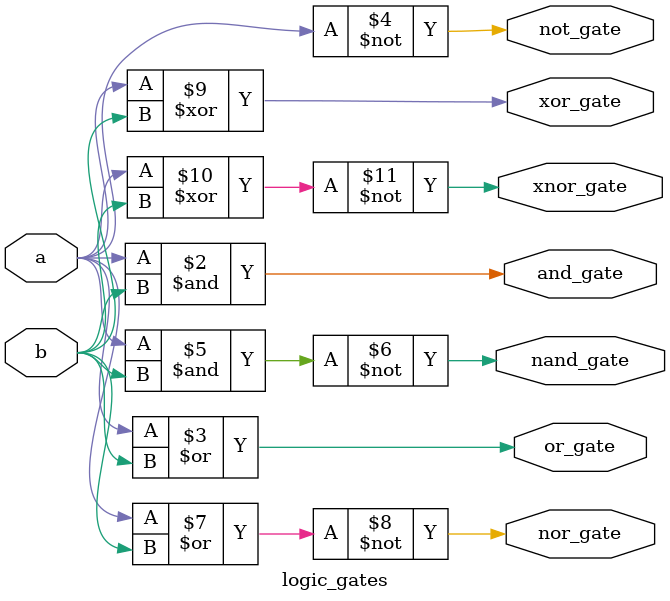
<source format=v>
`timescale 1ns / 1ps

//we will be implementing the basic logic gates using behavioral modelling

module logic_gates(        
    input a,b,             // taking 2 inputs, a and b
    output reg and_gate,   // taking and_gate as output of AND operation
    output reg or_gate,    // taking or_gate as output of OR operation
    output reg not_gate,   // taking not_gate as output of NOT operation
    output reg nand_gate,  // taking nand_gate as output of NAND operation
    output reg nor_gate,   // taking nor_gate as output of NOR operation
    output reg xor_gate,   // taking xor_gate as output of XOR operation
    output reg xnor_gate   // taking xnor_gate as output of XNOR operation
    );
    
//why did we use reg type as output?
// it is a  a storage element that can hold a value across simulation cycles.
// it is used whenever we need to assign values in procedural blocks (always / initial).

    
    always@(*) //this means, this procedural block will run whenever any of the inputs change.
               //here, even if a or b or both change, this block will run
       begin   // this is used with end. used to group two or more assignments (that are given below).
    
          and_gate= a&b;
          or_gate= a|b;
          not_gate= ~a; 
          nand_gate= ~(a&b);
          nor_gate= ~(a|b);
          xor_gate= a^b; 
          xnor_gate= ~(a^b);
    
       end
    // NOTE: it is all boolean operations
endmodule

</source>
